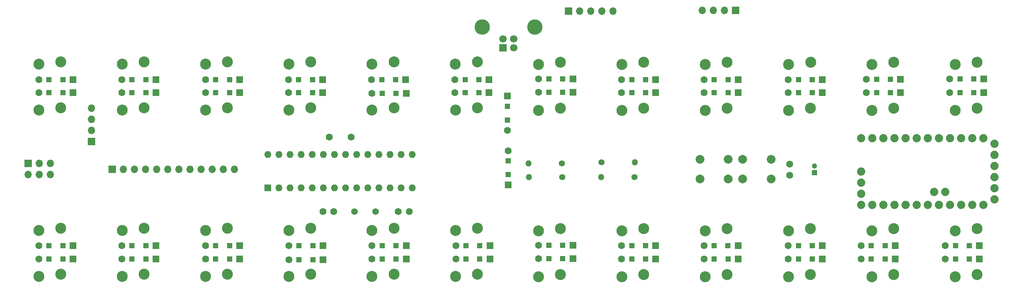
<source format=gbr>
%TF.GenerationSoftware,KiCad,Pcbnew,6.0.8+dfsg-1*%
%TF.CreationDate,2022-10-27T21:27:42-03:00*%
%TF.ProjectId,Calebe94,43616c65-6265-4393-942e-6b696361645f,rev?*%
%TF.SameCoordinates,Original*%
%TF.FileFunction,Soldermask,Top*%
%TF.FilePolarity,Negative*%
%FSLAX46Y46*%
G04 Gerber Fmt 4.6, Leading zero omitted, Abs format (unit mm)*
G04 Created by KiCad (PCBNEW 6.0.8+dfsg-1) date 2022-10-27 21:27:42*
%MOMM*%
%LPD*%
G01*
G04 APERTURE LIST*
%ADD10R,1.200000X1.200000*%
%ADD11R,1.600000X1.600000*%
%ADD12C,1.600000*%
%ADD13C,2.500000*%
%ADD14C,2.000000*%
%ADD15R,1.700000X1.700000*%
%ADD16O,1.700000X1.700000*%
%ADD17C,1.879600*%
%ADD18C,1.400000*%
%ADD19O,1.400000X1.400000*%
%ADD20O,1.600000X1.600000*%
%ADD21C,1.500000*%
%ADD22C,1.200000*%
%ADD23C,1.700000*%
%ADD24C,3.500000*%
G04 APERTURE END LIST*
D10*
%TO.C,D40*%
X90275000Y-114000000D03*
D11*
X92600000Y-114000000D03*
D12*
X84800000Y-114000000D03*
D10*
X87125000Y-114000000D03*
%TD*%
D13*
%TO.C,SW22*%
X160900000Y-80050000D03*
X165900000Y-79550000D03*
%TD*%
%TO.C,SW40*%
X84800000Y-118000000D03*
X89800000Y-117500000D03*
%TD*%
%TO.C,SW11*%
X223050000Y-107050000D03*
X218050000Y-107550000D03*
%TD*%
D11*
%TO.C,D24*%
X168750000Y-113900000D03*
D10*
X166425000Y-113900000D03*
X163275000Y-113900000D03*
D12*
X160950000Y-113900000D03*
%TD*%
D13*
%TO.C,SW37*%
X89800000Y-69000000D03*
X84800000Y-69500000D03*
%TD*%
%TO.C,SW39*%
X89800000Y-107000000D03*
X84800000Y-107500000D03*
%TD*%
%TO.C,SW35*%
X108850000Y-107000000D03*
X103850000Y-107500000D03*
%TD*%
D10*
%TO.C,D37*%
X90275000Y-73000000D03*
D11*
X92600000Y-73000000D03*
D10*
X87125000Y-73000000D03*
D12*
X84800000Y-73000000D03*
%TD*%
D11*
%TO.C,D22*%
X168750000Y-75900000D03*
D10*
X166425000Y-75900000D03*
D12*
X160950000Y-75900000D03*
D10*
X163275000Y-75900000D03*
%TD*%
D13*
%TO.C,SW19*%
X184950000Y-107050000D03*
X179950000Y-107550000D03*
%TD*%
%TO.C,SW20*%
X179950000Y-118050000D03*
X184950000Y-117550000D03*
%TD*%
%TO.C,SW10*%
X218050000Y-80050000D03*
X223050000Y-79550000D03*
%TD*%
D14*
%TO.C,SW49*%
X204300000Y-95700000D03*
X197800000Y-95700000D03*
X197800000Y-91200000D03*
X204300000Y-91200000D03*
%TD*%
D10*
%TO.C,D15*%
X204215000Y-111000000D03*
D11*
X206540000Y-111000000D03*
D12*
X198740000Y-111000000D03*
D10*
X201065000Y-111000000D03*
%TD*%
D11*
%TO.C,D27*%
X149800000Y-111000000D03*
D10*
X147475000Y-111000000D03*
X144325000Y-111000000D03*
D12*
X142000000Y-111000000D03*
%TD*%
D10*
%TO.C,D42*%
X71125000Y-76000000D03*
D11*
X73450000Y-76000000D03*
D10*
X67975000Y-76000000D03*
D12*
X65650000Y-76000000D03*
%TD*%
D10*
%TO.C,D49*%
X153975000Y-94750000D03*
D11*
X153975000Y-97075000D03*
D10*
X153975000Y-91600000D03*
D12*
X153975000Y-89275000D03*
%TD*%
D10*
%TO.C,D10*%
X223475000Y-76000000D03*
D11*
X225800000Y-76000000D03*
D12*
X218000000Y-76000000D03*
D10*
X220325000Y-76000000D03*
%TD*%
D15*
%TO.C,J2*%
X167750000Y-57375000D03*
D16*
X170290000Y-57375000D03*
X172830000Y-57375000D03*
X175370000Y-57375000D03*
X177910000Y-57375000D03*
%TD*%
D11*
%TO.C,D7*%
X242450000Y-111000000D03*
D10*
X240125000Y-111000000D03*
X236975000Y-111000000D03*
D12*
X234650000Y-111000000D03*
%TD*%
D10*
%TO.C,D3*%
X259375000Y-111000000D03*
D11*
X261700000Y-111000000D03*
D12*
X253900000Y-111000000D03*
D10*
X256225000Y-111000000D03*
%TD*%
D13*
%TO.C,SW5*%
X242100000Y-69050000D03*
X237100000Y-69550000D03*
%TD*%
%TO.C,SW4*%
X256150000Y-118050000D03*
X261150000Y-117550000D03*
%TD*%
%TO.C,SW36*%
X103850000Y-118000000D03*
X108850000Y-117500000D03*
%TD*%
%TO.C,SW38*%
X84800000Y-80000000D03*
X89800000Y-79500000D03*
%TD*%
D17*
%TO.C,U1*%
X265140000Y-87650000D03*
X265140000Y-90190000D03*
X265140000Y-92730000D03*
X265140000Y-95270000D03*
X265140000Y-97810000D03*
X265140000Y-100350000D03*
X251297000Y-98699000D03*
X253837000Y-98699000D03*
X234660000Y-94000000D03*
X234660000Y-99080000D03*
X234660000Y-96540000D03*
X262600000Y-101620000D03*
X260060000Y-101620000D03*
X257520000Y-101620000D03*
X254980000Y-101620000D03*
X252440000Y-101620000D03*
X249900000Y-101620000D03*
X247360000Y-101620000D03*
X244820000Y-101620000D03*
X242280000Y-101620000D03*
X239740000Y-101620000D03*
X237200000Y-101620000D03*
X234660000Y-101620000D03*
X234660000Y-86380000D03*
X237200000Y-86380000D03*
X239740000Y-86380000D03*
X242280000Y-86380000D03*
X244820000Y-86380000D03*
X247360000Y-86380000D03*
X249900000Y-86380000D03*
X252440000Y-86380000D03*
X254980000Y-86380000D03*
X257520000Y-86380000D03*
X260060000Y-86380000D03*
X262600000Y-86380000D03*
%TD*%
D15*
%TO.C,J5*%
X205915000Y-57225000D03*
D16*
X203375000Y-57225000D03*
X200835000Y-57225000D03*
X198295000Y-57225000D03*
%TD*%
D11*
%TO.C,D44*%
X73450000Y-114000000D03*
D10*
X71125000Y-114000000D03*
X67975000Y-114000000D03*
D12*
X65650000Y-114000000D03*
%TD*%
D13*
%TO.C,SW48*%
X46700000Y-118000000D03*
X51700000Y-117500000D03*
%TD*%
D10*
%TO.C,D23*%
X166425000Y-110900000D03*
D11*
X168750000Y-110900000D03*
D12*
X160950000Y-110900000D03*
D10*
X163275000Y-110900000D03*
%TD*%
D13*
%TO.C,SW33*%
X108850000Y-69000000D03*
X103850000Y-69500000D03*
%TD*%
D11*
%TO.C,D19*%
X187700000Y-111000000D03*
D10*
X185375000Y-111000000D03*
X182225000Y-111000000D03*
D12*
X179900000Y-111000000D03*
%TD*%
D10*
%TO.C,D18*%
X185375000Y-76000000D03*
D11*
X187700000Y-76000000D03*
D10*
X182225000Y-76000000D03*
D12*
X179900000Y-76000000D03*
%TD*%
D13*
%TO.C,SW23*%
X165900000Y-107050000D03*
X160900000Y-107550000D03*
%TD*%
D10*
%TO.C,D13*%
X204225000Y-73000000D03*
D11*
X206550000Y-73000000D03*
D10*
X201075000Y-73000000D03*
D12*
X198750000Y-73000000D03*
%TD*%
D14*
%TO.C,SW50*%
X214100000Y-95700000D03*
X207600000Y-95700000D03*
X214100000Y-91200000D03*
X207600000Y-91200000D03*
%TD*%
D10*
%TO.C,D32*%
X128325000Y-114000000D03*
D11*
X130650000Y-114000000D03*
D12*
X122850000Y-114000000D03*
D10*
X125175000Y-114000000D03*
%TD*%
%TO.C,D16*%
X204225000Y-114000000D03*
D11*
X206550000Y-114000000D03*
D10*
X201075000Y-114000000D03*
D12*
X198750000Y-114000000D03*
%TD*%
D18*
%TO.C,R2*%
X166270000Y-92150000D03*
D19*
X158650000Y-92150000D03*
%TD*%
D11*
%TO.C,D1*%
X262700000Y-72900000D03*
D10*
X260375000Y-72900000D03*
D12*
X254900000Y-72900000D03*
D10*
X257225000Y-72900000D03*
%TD*%
D13*
%TO.C,SW21*%
X165900000Y-69050000D03*
X160900000Y-69550000D03*
%TD*%
D11*
%TO.C,D30*%
X130650000Y-76200000D03*
D10*
X128325000Y-76200000D03*
D12*
X122850000Y-76200000D03*
D10*
X125175000Y-76200000D03*
%TD*%
D13*
%TO.C,SW18*%
X179950000Y-80050000D03*
X184950000Y-79550000D03*
%TD*%
D10*
%TO.C,D46*%
X52175000Y-76000000D03*
D11*
X54500000Y-76000000D03*
D12*
X46700000Y-76000000D03*
D10*
X49025000Y-76000000D03*
%TD*%
D11*
%TO.C,D14*%
X206550000Y-76000000D03*
D10*
X204225000Y-76000000D03*
X201075000Y-76000000D03*
D12*
X198750000Y-76000000D03*
%TD*%
D13*
%TO.C,SW2*%
X256150000Y-80050000D03*
X261150000Y-79550000D03*
%TD*%
D10*
%TO.C,D35*%
X109325000Y-111000000D03*
D11*
X111650000Y-111000000D03*
D10*
X106175000Y-111000000D03*
D12*
X103850000Y-111000000D03*
%TD*%
D11*
%TO.C,D8*%
X242450000Y-114000000D03*
D10*
X240125000Y-114000000D03*
X236975000Y-114000000D03*
D12*
X234650000Y-114000000D03*
%TD*%
D13*
%TO.C,SW9*%
X223100000Y-69050000D03*
X218100000Y-69550000D03*
%TD*%
D18*
%TO.C,R4*%
X175330000Y-91900000D03*
D19*
X182950000Y-91900000D03*
%TD*%
D11*
%TO.C,D34*%
X111550000Y-76000000D03*
D10*
X109225000Y-76000000D03*
D12*
X103750000Y-76000000D03*
D10*
X106075000Y-76000000D03*
%TD*%
D11*
%TO.C,U2*%
X99020000Y-97750000D03*
D20*
X101560000Y-97750000D03*
X104100000Y-97750000D03*
X106640000Y-97750000D03*
X109180000Y-97750000D03*
X111720000Y-97750000D03*
X114260000Y-97750000D03*
X116800000Y-97750000D03*
X119340000Y-97750000D03*
X121880000Y-97750000D03*
X124420000Y-97750000D03*
X126960000Y-97750000D03*
X129500000Y-97750000D03*
X132040000Y-97750000D03*
X132040000Y-90130000D03*
X129500000Y-90130000D03*
X126960000Y-90130000D03*
X124420000Y-90130000D03*
X121880000Y-90130000D03*
X119340000Y-90130000D03*
X116800000Y-90130000D03*
X114260000Y-90130000D03*
X111720000Y-90130000D03*
X109180000Y-90130000D03*
X106640000Y-90130000D03*
X104100000Y-90130000D03*
X101560000Y-90130000D03*
X99020000Y-90130000D03*
%TD*%
D13*
%TO.C,SW12*%
X218050000Y-118050000D03*
X223050000Y-117550000D03*
%TD*%
D11*
%TO.C,D31*%
X130650000Y-111000000D03*
D10*
X128325000Y-111000000D03*
X125175000Y-111000000D03*
D12*
X122850000Y-111000000D03*
%TD*%
D11*
%TO.C,D47*%
X54500000Y-111000000D03*
D10*
X52175000Y-111000000D03*
X49025000Y-111000000D03*
D12*
X46700000Y-111000000D03*
%TD*%
D18*
%TO.C,R1*%
X182820000Y-95300000D03*
D19*
X175200000Y-95300000D03*
%TD*%
D13*
%TO.C,SW32*%
X122850000Y-118000000D03*
X127850000Y-117500000D03*
%TD*%
%TO.C,SW47*%
X51700000Y-107000000D03*
X46700000Y-107500000D03*
%TD*%
%TO.C,SW34*%
X103850000Y-80000000D03*
X108850000Y-79500000D03*
%TD*%
D12*
%TO.C,C2*%
X218350000Y-94850000D03*
X218350000Y-92350000D03*
%TD*%
D10*
%TO.C,D17*%
X185375000Y-73000000D03*
D11*
X187700000Y-73000000D03*
D10*
X182225000Y-73000000D03*
D12*
X179900000Y-73000000D03*
%TD*%
D13*
%TO.C,SW41*%
X70750000Y-69000000D03*
X65750000Y-69500000D03*
%TD*%
D11*
%TO.C,D45*%
X54500000Y-73000000D03*
D10*
X52175000Y-73000000D03*
D12*
X46700000Y-73000000D03*
D10*
X49025000Y-73000000D03*
%TD*%
D11*
%TO.C,D26*%
X149600000Y-76000000D03*
D10*
X147275000Y-76000000D03*
X144125000Y-76000000D03*
D12*
X141800000Y-76000000D03*
%TD*%
D11*
%TO.C,D29*%
X130550000Y-73000000D03*
D10*
X128225000Y-73000000D03*
D12*
X122750000Y-73000000D03*
D10*
X125075000Y-73000000D03*
%TD*%
D13*
%TO.C,SW15*%
X204000000Y-107050000D03*
X199000000Y-107550000D03*
%TD*%
%TO.C,SW26*%
X141950000Y-80000000D03*
X146950000Y-79500000D03*
%TD*%
%TO.C,SW31*%
X127850000Y-107000000D03*
X122850000Y-107500000D03*
%TD*%
%TO.C,SW27*%
X146950000Y-107000000D03*
X141950000Y-107500000D03*
%TD*%
D11*
%TO.C,D6*%
X243650000Y-76000000D03*
D10*
X241325000Y-76000000D03*
X238175000Y-76000000D03*
D12*
X235850000Y-76000000D03*
%TD*%
D13*
%TO.C,SW6*%
X237100000Y-80050000D03*
X242100000Y-79550000D03*
%TD*%
%TO.C,SW28*%
X141950000Y-118000000D03*
X146950000Y-117500000D03*
%TD*%
%TO.C,SW25*%
X146900000Y-69000000D03*
X141900000Y-69500000D03*
%TD*%
%TO.C,SW3*%
X261150000Y-107050000D03*
X256150000Y-107550000D03*
%TD*%
D10*
%TO.C,D41*%
X71125000Y-73000000D03*
D11*
X73450000Y-73000000D03*
D10*
X67975000Y-73000000D03*
D12*
X65650000Y-73000000D03*
%TD*%
D13*
%TO.C,SW13*%
X204000000Y-69050000D03*
X199000000Y-69550000D03*
%TD*%
D11*
%TO.C,D28*%
X149800000Y-114000000D03*
D10*
X147475000Y-114000000D03*
D12*
X142000000Y-114000000D03*
D10*
X144325000Y-114000000D03*
%TD*%
D13*
%TO.C,SW45*%
X51700000Y-69000000D03*
X46700000Y-69500000D03*
%TD*%
D10*
%TO.C,D48*%
X52175000Y-114000000D03*
D11*
X54500000Y-114000000D03*
D12*
X46700000Y-114000000D03*
D10*
X49025000Y-114000000D03*
%TD*%
D12*
%TO.C,C4*%
X114130000Y-103150000D03*
X111630000Y-103150000D03*
%TD*%
D11*
%TO.C,D4*%
X261700000Y-114000000D03*
D10*
X259375000Y-114000000D03*
X256225000Y-114000000D03*
D12*
X253900000Y-114000000D03*
%TD*%
D13*
%TO.C,SW44*%
X65750000Y-118000000D03*
X70750000Y-117500000D03*
%TD*%
D11*
%TO.C,D21*%
X168750000Y-72900000D03*
D10*
X166425000Y-72900000D03*
X163275000Y-72900000D03*
D12*
X160950000Y-72900000D03*
%TD*%
D10*
%TO.C,D9*%
X223475000Y-73000000D03*
D11*
X225800000Y-73000000D03*
D10*
X220325000Y-73000000D03*
D12*
X218000000Y-73000000D03*
%TD*%
D13*
%TO.C,SW8*%
X237100000Y-118050000D03*
X242100000Y-117550000D03*
%TD*%
D11*
%TO.C,D33*%
X111550000Y-73000000D03*
D10*
X109225000Y-73000000D03*
D12*
X103750000Y-73000000D03*
D10*
X106075000Y-73000000D03*
%TD*%
D13*
%TO.C,SW30*%
X122850000Y-80000000D03*
X127850000Y-79500000D03*
%TD*%
%TO.C,SW7*%
X242100000Y-107050000D03*
X237100000Y-107550000D03*
%TD*%
D21*
%TO.C,Y1*%
X123700000Y-103180000D03*
X118800000Y-103180000D03*
%TD*%
D12*
%TO.C,C3*%
X128830000Y-103150000D03*
X131330000Y-103150000D03*
%TD*%
D10*
%TO.C,D5*%
X241325000Y-72925000D03*
D11*
X243650000Y-72925000D03*
D10*
X238175000Y-72925000D03*
D12*
X235850000Y-72925000D03*
%TD*%
D10*
%TO.C,D11*%
X223475000Y-111000000D03*
D11*
X225800000Y-111000000D03*
D12*
X218000000Y-111000000D03*
D10*
X220325000Y-111000000D03*
%TD*%
D15*
%TO.C,J3*%
X63450000Y-93500000D03*
D16*
X65990000Y-93500000D03*
X68530000Y-93500000D03*
X71070000Y-93500000D03*
X73610000Y-93500000D03*
X76150000Y-93500000D03*
X78690000Y-93500000D03*
X81230000Y-93500000D03*
X83770000Y-93500000D03*
X86310000Y-93500000D03*
X88850000Y-93500000D03*
X91390000Y-93500000D03*
%TD*%
D10*
%TO.C,D50*%
X153800000Y-79125000D03*
D11*
X153800000Y-76800000D03*
D10*
X153800000Y-82275000D03*
D12*
X153800000Y-84600000D03*
%TD*%
D13*
%TO.C,SW43*%
X70750000Y-107000000D03*
X65750000Y-107500000D03*
%TD*%
%TO.C,SW46*%
X46700000Y-80000000D03*
X51700000Y-79500000D03*
%TD*%
D10*
%TO.C,C1*%
X223950000Y-94250000D03*
D22*
X223950000Y-92750000D03*
%TD*%
D13*
%TO.C,SW1*%
X261150000Y-69050000D03*
X256150000Y-69550000D03*
%TD*%
D15*
%TO.C,J4*%
X58700000Y-87175000D03*
D16*
X58700000Y-84635000D03*
X58700000Y-82095000D03*
X58700000Y-79555000D03*
%TD*%
D11*
%TO.C,D25*%
X149600000Y-73000000D03*
D10*
X147275000Y-73000000D03*
D12*
X141800000Y-73000000D03*
D10*
X144125000Y-73000000D03*
%TD*%
D13*
%TO.C,SW14*%
X199000000Y-80050000D03*
X204000000Y-79550000D03*
%TD*%
%TO.C,SW16*%
X199000000Y-118050000D03*
X204000000Y-117550000D03*
%TD*%
D15*
%TO.C,J6*%
X44225000Y-92160000D03*
D16*
X44225000Y-94700000D03*
X46765000Y-92160000D03*
X46765000Y-94700000D03*
X49305000Y-92160000D03*
X49305000Y-94700000D03*
%TD*%
D10*
%TO.C,D12*%
X223475000Y-114000000D03*
D11*
X225800000Y-114000000D03*
D10*
X220325000Y-114000000D03*
D12*
X218000000Y-114000000D03*
%TD*%
%TO.C,C5*%
X118080000Y-86200000D03*
X113080000Y-86200000D03*
%TD*%
D18*
%TO.C,R3*%
X166300000Y-95300000D03*
D19*
X158680000Y-95300000D03*
%TD*%
D13*
%TO.C,SW24*%
X160900000Y-118050000D03*
X165900000Y-117550000D03*
%TD*%
D10*
%TO.C,D43*%
X71125000Y-111000000D03*
D11*
X73450000Y-111000000D03*
D10*
X67975000Y-111000000D03*
D12*
X65650000Y-111000000D03*
%TD*%
D11*
%TO.C,D38*%
X92600000Y-76000000D03*
D10*
X90275000Y-76000000D03*
X87125000Y-76000000D03*
D12*
X84800000Y-76000000D03*
%TD*%
D10*
%TO.C,D20*%
X185375000Y-114000000D03*
D11*
X187700000Y-114000000D03*
D10*
X182225000Y-114000000D03*
D12*
X179900000Y-114000000D03*
%TD*%
D15*
%TO.C,J1*%
X152775000Y-65750000D03*
D23*
X155275000Y-65750000D03*
X155275000Y-63750000D03*
X152775000Y-63750000D03*
D24*
X148005000Y-61040000D03*
X160045000Y-61040000D03*
%TD*%
D11*
%TO.C,D39*%
X92600000Y-111000000D03*
D10*
X90275000Y-111000000D03*
X87125000Y-111000000D03*
D12*
X84800000Y-111000000D03*
%TD*%
D11*
%TO.C,D36*%
X111650000Y-114200000D03*
D10*
X109325000Y-114200000D03*
D12*
X103850000Y-114200000D03*
D10*
X106175000Y-114200000D03*
%TD*%
D13*
%TO.C,SW17*%
X184950000Y-69050000D03*
X179950000Y-69550000D03*
%TD*%
%TO.C,SW42*%
X65750000Y-80000000D03*
X70750000Y-79500000D03*
%TD*%
D10*
%TO.C,D2*%
X260375000Y-76000000D03*
D11*
X262700000Y-76000000D03*
D12*
X254900000Y-76000000D03*
D10*
X257225000Y-76000000D03*
%TD*%
D13*
%TO.C,SW29*%
X127850000Y-69000000D03*
X122850000Y-69500000D03*
%TD*%
M02*

</source>
